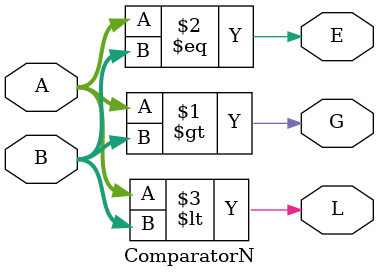
<source format=v>

module ComparatorN #(parameter integer N = 8) (
    input  wire [N-1:0] A,
    input  wire [N-1:0] B,
    output wire         G,  // A > B
    output wire         E,  // A == B
    output wire         L   // A < B
);
    assign G = (A >  B);
    assign E = (A == B);
    assign L = (A <  B);
endmodule

</source>
